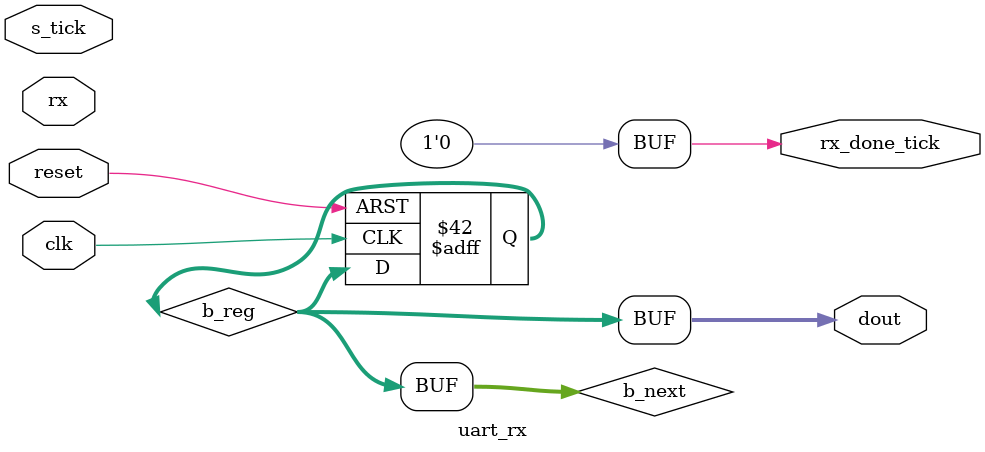
<source format=v>
`timescale 1ns / 1ps

module uart_rx
    #(
        parameter DBIT = 8,     // # data bits
        parameter SB_TICK = 16  // # ticks for stop bits
    )
    (
        input wire clk, reset,
        input wire rx, s_tick,
        output reg rx_done_tick, 
        output wire [7:0] dout
    );
    
    //States
    localparam [1:0] idle = 2'b00;
    localparam [1:0] start = 2'b00;
    localparam [1:0] data = 2'b00;
    localparam [1:0] stop = 2'b00;
    
    //Signal declaration 
    reg [1:0] state_reg , state_next; 
    reg [3:0] s_reg , s_next; 
    reg [2:0] n_reg , n_next; 
    reg [7:0] b_reg , b_next; 
    
    always @(posedge clk, posedge reset)
        begin: FSMD_state_and_data_registers
            if(reset)
                begin
                    state_reg <= idle; 
                    s_reg <= 0; 
                    n_reg <= 0; 
                    b_reg <= 0;
                end
            else
                begin
                    state_reg <= state_next; 
                    s_reg <= s_next; 
                    n_reg <= n_next; 
                    b_reg <= b_next;                    
                end
        end
            
    // FSMD next-state logic
    always @*
    begin
        state_next = state_reg;
        rx_done_tick = 1'b0;
        s_next = s_reg;
        n_next = n_reg;
        b_next = b_reg;
        case(state_reg)
            idle:
                if(~rx)
                    begin
                        state_next = start;
                        s_next = 0;
                    end
            start:
                if(s_tick==1)
                    if (s_reg==7)
                        begin
                            state_next = data;
                            s_next = 0;
                            n_next = 0;
                        end
                    else
                        s_next = s_reg + 1;
            data:
                if(s_tick==1)
                    if (s_reg==15)
                        begin
                            s_next = 0;
                            b_next = {rx,b_reg[7:1]};
                            if (n_reg==(DBIT-1))
                                state_next = stop;
                            else
                                n_next = n_reg + 1; 
                        end
                    else
                        s_next = s_reg + 1;
            stop:
                if(s_tick==1)
                    if (s_reg==(SB_TICK-1))
                        begin
                            state_next = idle;
                            rx_done_tick = 1'b0;
                        end
                    else
                        s_next = s_reg + 1;
            default:    state_next = idle;
        endcase
    end
    
    assign dout = b_reg;
endmodule
















</source>
